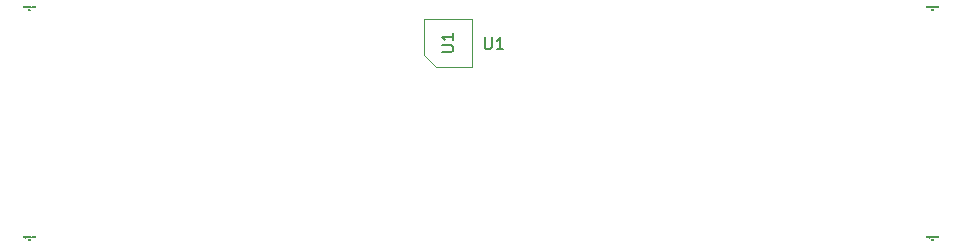
<source format=gbr>
G04 #@! TF.GenerationSoftware,KiCad,Pcbnew,5.1.9*
G04 #@! TF.CreationDate,2022-09-01T16:12:18+02:00*
G04 #@! TF.ProjectId,picsyle-R_strain_915,70696373-796c-4652-9d52-5f7374726169,rev?*
G04 #@! TF.SameCoordinates,Original*
G04 #@! TF.FileFunction,Other,Fab,Top*
%FSLAX46Y46*%
G04 Gerber Fmt 4.6, Leading zero omitted, Abs format (unit mm)*
G04 Created by KiCad (PCBNEW 5.1.9) date 2022-09-01 16:12:18*
%MOMM*%
%LPD*%
G01*
G04 APERTURE LIST*
%ADD10C,0.100000*%
%ADD11C,0.010000*%
%ADD12C,0.150000*%
G04 APERTURE END LIST*
D10*
X96999620Y-98987300D02*
X96999620Y-95987300D01*
X96999620Y-95987300D02*
X100999620Y-95987300D01*
X100999620Y-95987300D02*
X100999620Y-99987300D01*
X100999620Y-99987300D02*
X97999620Y-99987300D01*
X97999620Y-99987300D02*
X96999620Y-98987300D01*
D11*
X139923809Y-114670238D02*
X139923809Y-114570238D01*
X139923809Y-114617857D02*
X139980952Y-114617857D01*
X139980952Y-114670238D02*
X139980952Y-114570238D01*
X140071428Y-114603571D02*
X140071428Y-114670238D01*
X140047619Y-114565476D02*
X140023809Y-114636904D01*
X140085714Y-114636904D01*
X139545238Y-114353571D02*
X139545238Y-114420238D01*
X139502380Y-114353571D02*
X139502380Y-114405952D01*
X139507142Y-114415476D01*
X139516666Y-114420238D01*
X139530952Y-114420238D01*
X139540476Y-114415476D01*
X139545238Y-114410714D01*
X139592857Y-114353571D02*
X139592857Y-114420238D01*
X139592857Y-114363095D02*
X139597619Y-114358333D01*
X139607142Y-114353571D01*
X139621428Y-114353571D01*
X139630952Y-114358333D01*
X139635714Y-114367857D01*
X139635714Y-114420238D01*
X139683333Y-114353571D02*
X139683333Y-114453571D01*
X139683333Y-114358333D02*
X139692857Y-114353571D01*
X139711904Y-114353571D01*
X139721428Y-114358333D01*
X139726190Y-114363095D01*
X139730952Y-114372619D01*
X139730952Y-114401190D01*
X139726190Y-114410714D01*
X139721428Y-114415476D01*
X139711904Y-114420238D01*
X139692857Y-114420238D01*
X139683333Y-114415476D01*
X139788095Y-114420238D02*
X139778571Y-114415476D01*
X139773809Y-114405952D01*
X139773809Y-114320238D01*
X139869047Y-114420238D02*
X139869047Y-114367857D01*
X139864285Y-114358333D01*
X139854761Y-114353571D01*
X139835714Y-114353571D01*
X139826190Y-114358333D01*
X139869047Y-114415476D02*
X139859523Y-114420238D01*
X139835714Y-114420238D01*
X139826190Y-114415476D01*
X139821428Y-114405952D01*
X139821428Y-114396428D01*
X139826190Y-114386904D01*
X139835714Y-114382142D01*
X139859523Y-114382142D01*
X139869047Y-114377380D01*
X139902380Y-114353571D02*
X139940476Y-114353571D01*
X139916666Y-114320238D02*
X139916666Y-114405952D01*
X139921428Y-114415476D01*
X139930952Y-114420238D01*
X139940476Y-114420238D01*
X140011904Y-114415476D02*
X140002380Y-114420238D01*
X139983333Y-114420238D01*
X139973809Y-114415476D01*
X139969047Y-114405952D01*
X139969047Y-114367857D01*
X139973809Y-114358333D01*
X139983333Y-114353571D01*
X140002380Y-114353571D01*
X140011904Y-114358333D01*
X140016666Y-114367857D01*
X140016666Y-114377380D01*
X139969047Y-114386904D01*
X140102380Y-114420238D02*
X140102380Y-114320238D01*
X140102380Y-114415476D02*
X140092857Y-114420238D01*
X140073809Y-114420238D01*
X140064285Y-114415476D01*
X140059523Y-114410714D01*
X140054761Y-114401190D01*
X140054761Y-114372619D01*
X140059523Y-114363095D01*
X140064285Y-114358333D01*
X140073809Y-114353571D01*
X140092857Y-114353571D01*
X140102380Y-114358333D01*
X140126190Y-114429761D02*
X140202380Y-114429761D01*
X140226190Y-114420238D02*
X140226190Y-114320238D01*
X140269047Y-114420238D02*
X140269047Y-114367857D01*
X140264285Y-114358333D01*
X140254761Y-114353571D01*
X140240476Y-114353571D01*
X140230952Y-114358333D01*
X140226190Y-114363095D01*
X140330952Y-114420238D02*
X140321428Y-114415476D01*
X140316666Y-114410714D01*
X140311904Y-114401190D01*
X140311904Y-114372619D01*
X140316666Y-114363095D01*
X140321428Y-114358333D01*
X140330952Y-114353571D01*
X140345238Y-114353571D01*
X140354761Y-114358333D01*
X140359523Y-114363095D01*
X140364285Y-114372619D01*
X140364285Y-114401190D01*
X140359523Y-114410714D01*
X140354761Y-114415476D01*
X140345238Y-114420238D01*
X140330952Y-114420238D01*
X140421428Y-114420238D02*
X140411904Y-114415476D01*
X140407142Y-114405952D01*
X140407142Y-114320238D01*
X140497619Y-114415476D02*
X140488095Y-114420238D01*
X140469047Y-114420238D01*
X140459523Y-114415476D01*
X140454761Y-114405952D01*
X140454761Y-114367857D01*
X140459523Y-114358333D01*
X140469047Y-114353571D01*
X140488095Y-114353571D01*
X140497619Y-114358333D01*
X140502380Y-114367857D01*
X140502380Y-114377380D01*
X140454761Y-114386904D01*
X139923809Y-95170238D02*
X139923809Y-95070238D01*
X139923809Y-95117857D02*
X139980952Y-95117857D01*
X139980952Y-95170238D02*
X139980952Y-95070238D01*
X140019047Y-95070238D02*
X140080952Y-95070238D01*
X140047619Y-95108333D01*
X140061904Y-95108333D01*
X140071428Y-95113095D01*
X140076190Y-95117857D01*
X140080952Y-95127380D01*
X140080952Y-95151190D01*
X140076190Y-95160714D01*
X140071428Y-95165476D01*
X140061904Y-95170238D01*
X140033333Y-95170238D01*
X140023809Y-95165476D01*
X140019047Y-95160714D01*
X139545238Y-94853571D02*
X139545238Y-94920238D01*
X139502380Y-94853571D02*
X139502380Y-94905952D01*
X139507142Y-94915476D01*
X139516666Y-94920238D01*
X139530952Y-94920238D01*
X139540476Y-94915476D01*
X139545238Y-94910714D01*
X139592857Y-94853571D02*
X139592857Y-94920238D01*
X139592857Y-94863095D02*
X139597619Y-94858333D01*
X139607142Y-94853571D01*
X139621428Y-94853571D01*
X139630952Y-94858333D01*
X139635714Y-94867857D01*
X139635714Y-94920238D01*
X139683333Y-94853571D02*
X139683333Y-94953571D01*
X139683333Y-94858333D02*
X139692857Y-94853571D01*
X139711904Y-94853571D01*
X139721428Y-94858333D01*
X139726190Y-94863095D01*
X139730952Y-94872619D01*
X139730952Y-94901190D01*
X139726190Y-94910714D01*
X139721428Y-94915476D01*
X139711904Y-94920238D01*
X139692857Y-94920238D01*
X139683333Y-94915476D01*
X139788095Y-94920238D02*
X139778571Y-94915476D01*
X139773809Y-94905952D01*
X139773809Y-94820238D01*
X139869047Y-94920238D02*
X139869047Y-94867857D01*
X139864285Y-94858333D01*
X139854761Y-94853571D01*
X139835714Y-94853571D01*
X139826190Y-94858333D01*
X139869047Y-94915476D02*
X139859523Y-94920238D01*
X139835714Y-94920238D01*
X139826190Y-94915476D01*
X139821428Y-94905952D01*
X139821428Y-94896428D01*
X139826190Y-94886904D01*
X139835714Y-94882142D01*
X139859523Y-94882142D01*
X139869047Y-94877380D01*
X139902380Y-94853571D02*
X139940476Y-94853571D01*
X139916666Y-94820238D02*
X139916666Y-94905952D01*
X139921428Y-94915476D01*
X139930952Y-94920238D01*
X139940476Y-94920238D01*
X140011904Y-94915476D02*
X140002380Y-94920238D01*
X139983333Y-94920238D01*
X139973809Y-94915476D01*
X139969047Y-94905952D01*
X139969047Y-94867857D01*
X139973809Y-94858333D01*
X139983333Y-94853571D01*
X140002380Y-94853571D01*
X140011904Y-94858333D01*
X140016666Y-94867857D01*
X140016666Y-94877380D01*
X139969047Y-94886904D01*
X140102380Y-94920238D02*
X140102380Y-94820238D01*
X140102380Y-94915476D02*
X140092857Y-94920238D01*
X140073809Y-94920238D01*
X140064285Y-94915476D01*
X140059523Y-94910714D01*
X140054761Y-94901190D01*
X140054761Y-94872619D01*
X140059523Y-94863095D01*
X140064285Y-94858333D01*
X140073809Y-94853571D01*
X140092857Y-94853571D01*
X140102380Y-94858333D01*
X140126190Y-94929761D02*
X140202380Y-94929761D01*
X140226190Y-94920238D02*
X140226190Y-94820238D01*
X140269047Y-94920238D02*
X140269047Y-94867857D01*
X140264285Y-94858333D01*
X140254761Y-94853571D01*
X140240476Y-94853571D01*
X140230952Y-94858333D01*
X140226190Y-94863095D01*
X140330952Y-94920238D02*
X140321428Y-94915476D01*
X140316666Y-94910714D01*
X140311904Y-94901190D01*
X140311904Y-94872619D01*
X140316666Y-94863095D01*
X140321428Y-94858333D01*
X140330952Y-94853571D01*
X140345238Y-94853571D01*
X140354761Y-94858333D01*
X140359523Y-94863095D01*
X140364285Y-94872619D01*
X140364285Y-94901190D01*
X140359523Y-94910714D01*
X140354761Y-94915476D01*
X140345238Y-94920238D01*
X140330952Y-94920238D01*
X140421428Y-94920238D02*
X140411904Y-94915476D01*
X140407142Y-94905952D01*
X140407142Y-94820238D01*
X140497619Y-94915476D02*
X140488095Y-94920238D01*
X140469047Y-94920238D01*
X140459523Y-94915476D01*
X140454761Y-94905952D01*
X140454761Y-94867857D01*
X140459523Y-94858333D01*
X140469047Y-94853571D01*
X140488095Y-94853571D01*
X140497619Y-94858333D01*
X140502380Y-94867857D01*
X140502380Y-94877380D01*
X140454761Y-94886904D01*
X63423809Y-114670238D02*
X63423809Y-114570238D01*
X63423809Y-114617857D02*
X63480952Y-114617857D01*
X63480952Y-114670238D02*
X63480952Y-114570238D01*
X63523809Y-114579761D02*
X63528571Y-114575000D01*
X63538095Y-114570238D01*
X63561904Y-114570238D01*
X63571428Y-114575000D01*
X63576190Y-114579761D01*
X63580952Y-114589285D01*
X63580952Y-114598809D01*
X63576190Y-114613095D01*
X63519047Y-114670238D01*
X63580952Y-114670238D01*
X63045238Y-114353571D02*
X63045238Y-114420238D01*
X63002380Y-114353571D02*
X63002380Y-114405952D01*
X63007142Y-114415476D01*
X63016666Y-114420238D01*
X63030952Y-114420238D01*
X63040476Y-114415476D01*
X63045238Y-114410714D01*
X63092857Y-114353571D02*
X63092857Y-114420238D01*
X63092857Y-114363095D02*
X63097619Y-114358333D01*
X63107142Y-114353571D01*
X63121428Y-114353571D01*
X63130952Y-114358333D01*
X63135714Y-114367857D01*
X63135714Y-114420238D01*
X63183333Y-114353571D02*
X63183333Y-114453571D01*
X63183333Y-114358333D02*
X63192857Y-114353571D01*
X63211904Y-114353571D01*
X63221428Y-114358333D01*
X63226190Y-114363095D01*
X63230952Y-114372619D01*
X63230952Y-114401190D01*
X63226190Y-114410714D01*
X63221428Y-114415476D01*
X63211904Y-114420238D01*
X63192857Y-114420238D01*
X63183333Y-114415476D01*
X63288095Y-114420238D02*
X63278571Y-114415476D01*
X63273809Y-114405952D01*
X63273809Y-114320238D01*
X63369047Y-114420238D02*
X63369047Y-114367857D01*
X63364285Y-114358333D01*
X63354761Y-114353571D01*
X63335714Y-114353571D01*
X63326190Y-114358333D01*
X63369047Y-114415476D02*
X63359523Y-114420238D01*
X63335714Y-114420238D01*
X63326190Y-114415476D01*
X63321428Y-114405952D01*
X63321428Y-114396428D01*
X63326190Y-114386904D01*
X63335714Y-114382142D01*
X63359523Y-114382142D01*
X63369047Y-114377380D01*
X63402380Y-114353571D02*
X63440476Y-114353571D01*
X63416666Y-114320238D02*
X63416666Y-114405952D01*
X63421428Y-114415476D01*
X63430952Y-114420238D01*
X63440476Y-114420238D01*
X63511904Y-114415476D02*
X63502380Y-114420238D01*
X63483333Y-114420238D01*
X63473809Y-114415476D01*
X63469047Y-114405952D01*
X63469047Y-114367857D01*
X63473809Y-114358333D01*
X63483333Y-114353571D01*
X63502380Y-114353571D01*
X63511904Y-114358333D01*
X63516666Y-114367857D01*
X63516666Y-114377380D01*
X63469047Y-114386904D01*
X63602380Y-114420238D02*
X63602380Y-114320238D01*
X63602380Y-114415476D02*
X63592857Y-114420238D01*
X63573809Y-114420238D01*
X63564285Y-114415476D01*
X63559523Y-114410714D01*
X63554761Y-114401190D01*
X63554761Y-114372619D01*
X63559523Y-114363095D01*
X63564285Y-114358333D01*
X63573809Y-114353571D01*
X63592857Y-114353571D01*
X63602380Y-114358333D01*
X63626190Y-114429761D02*
X63702380Y-114429761D01*
X63726190Y-114420238D02*
X63726190Y-114320238D01*
X63769047Y-114420238D02*
X63769047Y-114367857D01*
X63764285Y-114358333D01*
X63754761Y-114353571D01*
X63740476Y-114353571D01*
X63730952Y-114358333D01*
X63726190Y-114363095D01*
X63830952Y-114420238D02*
X63821428Y-114415476D01*
X63816666Y-114410714D01*
X63811904Y-114401190D01*
X63811904Y-114372619D01*
X63816666Y-114363095D01*
X63821428Y-114358333D01*
X63830952Y-114353571D01*
X63845238Y-114353571D01*
X63854761Y-114358333D01*
X63859523Y-114363095D01*
X63864285Y-114372619D01*
X63864285Y-114401190D01*
X63859523Y-114410714D01*
X63854761Y-114415476D01*
X63845238Y-114420238D01*
X63830952Y-114420238D01*
X63921428Y-114420238D02*
X63911904Y-114415476D01*
X63907142Y-114405952D01*
X63907142Y-114320238D01*
X63997619Y-114415476D02*
X63988095Y-114420238D01*
X63969047Y-114420238D01*
X63959523Y-114415476D01*
X63954761Y-114405952D01*
X63954761Y-114367857D01*
X63959523Y-114358333D01*
X63969047Y-114353571D01*
X63988095Y-114353571D01*
X63997619Y-114358333D01*
X64002380Y-114367857D01*
X64002380Y-114377380D01*
X63954761Y-114386904D01*
X63423809Y-95170238D02*
X63423809Y-95070238D01*
X63423809Y-95117857D02*
X63480952Y-95117857D01*
X63480952Y-95170238D02*
X63480952Y-95070238D01*
X63580952Y-95170238D02*
X63523809Y-95170238D01*
X63552380Y-95170238D02*
X63552380Y-95070238D01*
X63542857Y-95084523D01*
X63533333Y-95094047D01*
X63523809Y-95098809D01*
X63045238Y-94853571D02*
X63045238Y-94920238D01*
X63002380Y-94853571D02*
X63002380Y-94905952D01*
X63007142Y-94915476D01*
X63016666Y-94920238D01*
X63030952Y-94920238D01*
X63040476Y-94915476D01*
X63045238Y-94910714D01*
X63092857Y-94853571D02*
X63092857Y-94920238D01*
X63092857Y-94863095D02*
X63097619Y-94858333D01*
X63107142Y-94853571D01*
X63121428Y-94853571D01*
X63130952Y-94858333D01*
X63135714Y-94867857D01*
X63135714Y-94920238D01*
X63183333Y-94853571D02*
X63183333Y-94953571D01*
X63183333Y-94858333D02*
X63192857Y-94853571D01*
X63211904Y-94853571D01*
X63221428Y-94858333D01*
X63226190Y-94863095D01*
X63230952Y-94872619D01*
X63230952Y-94901190D01*
X63226190Y-94910714D01*
X63221428Y-94915476D01*
X63211904Y-94920238D01*
X63192857Y-94920238D01*
X63183333Y-94915476D01*
X63288095Y-94920238D02*
X63278571Y-94915476D01*
X63273809Y-94905952D01*
X63273809Y-94820238D01*
X63369047Y-94920238D02*
X63369047Y-94867857D01*
X63364285Y-94858333D01*
X63354761Y-94853571D01*
X63335714Y-94853571D01*
X63326190Y-94858333D01*
X63369047Y-94915476D02*
X63359523Y-94920238D01*
X63335714Y-94920238D01*
X63326190Y-94915476D01*
X63321428Y-94905952D01*
X63321428Y-94896428D01*
X63326190Y-94886904D01*
X63335714Y-94882142D01*
X63359523Y-94882142D01*
X63369047Y-94877380D01*
X63402380Y-94853571D02*
X63440476Y-94853571D01*
X63416666Y-94820238D02*
X63416666Y-94905952D01*
X63421428Y-94915476D01*
X63430952Y-94920238D01*
X63440476Y-94920238D01*
X63511904Y-94915476D02*
X63502380Y-94920238D01*
X63483333Y-94920238D01*
X63473809Y-94915476D01*
X63469047Y-94905952D01*
X63469047Y-94867857D01*
X63473809Y-94858333D01*
X63483333Y-94853571D01*
X63502380Y-94853571D01*
X63511904Y-94858333D01*
X63516666Y-94867857D01*
X63516666Y-94877380D01*
X63469047Y-94886904D01*
X63602380Y-94920238D02*
X63602380Y-94820238D01*
X63602380Y-94915476D02*
X63592857Y-94920238D01*
X63573809Y-94920238D01*
X63564285Y-94915476D01*
X63559523Y-94910714D01*
X63554761Y-94901190D01*
X63554761Y-94872619D01*
X63559523Y-94863095D01*
X63564285Y-94858333D01*
X63573809Y-94853571D01*
X63592857Y-94853571D01*
X63602380Y-94858333D01*
X63626190Y-94929761D02*
X63702380Y-94929761D01*
X63726190Y-94920238D02*
X63726190Y-94820238D01*
X63769047Y-94920238D02*
X63769047Y-94867857D01*
X63764285Y-94858333D01*
X63754761Y-94853571D01*
X63740476Y-94853571D01*
X63730952Y-94858333D01*
X63726190Y-94863095D01*
X63830952Y-94920238D02*
X63821428Y-94915476D01*
X63816666Y-94910714D01*
X63811904Y-94901190D01*
X63811904Y-94872619D01*
X63816666Y-94863095D01*
X63821428Y-94858333D01*
X63830952Y-94853571D01*
X63845238Y-94853571D01*
X63854761Y-94858333D01*
X63859523Y-94863095D01*
X63864285Y-94872619D01*
X63864285Y-94901190D01*
X63859523Y-94910714D01*
X63854761Y-94915476D01*
X63845238Y-94920238D01*
X63830952Y-94920238D01*
X63921428Y-94920238D02*
X63911904Y-94915476D01*
X63907142Y-94905952D01*
X63907142Y-94820238D01*
X63997619Y-94915476D02*
X63988095Y-94920238D01*
X63969047Y-94920238D01*
X63959523Y-94915476D01*
X63954761Y-94905952D01*
X63954761Y-94867857D01*
X63959523Y-94858333D01*
X63969047Y-94853571D01*
X63988095Y-94853571D01*
X63997619Y-94858333D01*
X64002380Y-94867857D01*
X64002380Y-94877380D01*
X63954761Y-94886904D01*
D12*
X102107715Y-97509680D02*
X102107715Y-98319204D01*
X102155334Y-98414442D01*
X102202953Y-98462061D01*
X102298191Y-98509680D01*
X102488667Y-98509680D01*
X102583905Y-98462061D01*
X102631524Y-98414442D01*
X102679143Y-98319204D01*
X102679143Y-97509680D01*
X103679143Y-98509680D02*
X103107715Y-98509680D01*
X103393429Y-98509680D02*
X103393429Y-97509680D01*
X103298191Y-97652538D01*
X103202953Y-97747776D01*
X103107715Y-97795395D01*
X98452000Y-98749204D02*
X99261524Y-98749204D01*
X99356762Y-98701585D01*
X99404381Y-98653966D01*
X99452000Y-98558728D01*
X99452000Y-98368252D01*
X99404381Y-98273014D01*
X99356762Y-98225395D01*
X99261524Y-98177776D01*
X98452000Y-98177776D01*
X99452000Y-97177776D02*
X99452000Y-97749204D01*
X99452000Y-97463490D02*
X98452000Y-97463490D01*
X98594858Y-97558728D01*
X98690096Y-97653966D01*
X98737715Y-97749204D01*
M02*

</source>
